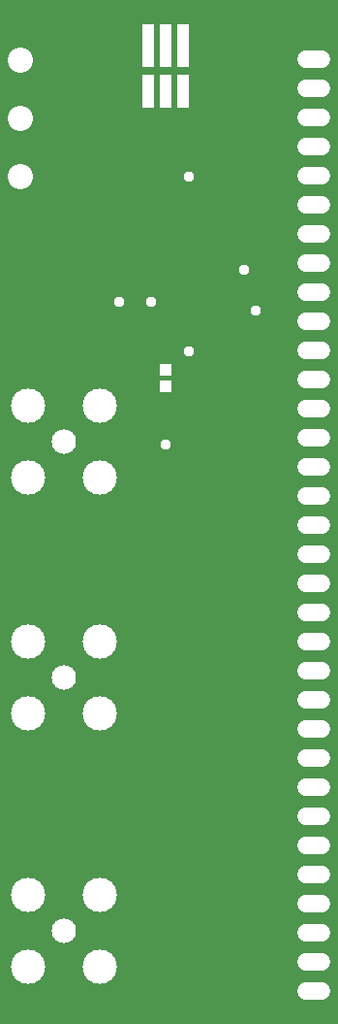
<source format=gbr>
G04 EAGLE Gerber RS-274X export*
G75*
%MOMM*%
%FSLAX34Y34*%
%LPD*%
%INSoldermask Top*%
%IPNEG*%
%AMOC8*
5,1,8,0,0,1.08239X$1,22.5*%
G01*
%ADD10R,1.003200X1.003200*%
%ADD11C,1.511200*%
%ADD12C,2.203200*%
%ADD13C,3.003200*%
%ADD14C,2.133600*%
%ADD15R,1.053200X3.753200*%
%ADD16R,1.053200X2.853200*%
%ADD17C,0.959600*%


D10*
X175260Y564000D03*
X175260Y579000D03*
D11*
X298260Y849630D02*
X311340Y849630D01*
X311340Y824230D02*
X298260Y824230D01*
X298260Y798830D02*
X311340Y798830D01*
X311340Y773430D02*
X298260Y773430D01*
X298260Y748030D02*
X311340Y748030D01*
X311340Y722630D02*
X298260Y722630D01*
X298260Y697230D02*
X311340Y697230D01*
X311340Y671830D02*
X298260Y671830D01*
X298260Y646430D02*
X311340Y646430D01*
X311340Y621030D02*
X298260Y621030D01*
X298260Y595630D02*
X311340Y595630D01*
X311340Y570230D02*
X298260Y570230D01*
X298260Y544830D02*
X311340Y544830D01*
X311340Y519430D02*
X298260Y519430D01*
X298260Y494030D02*
X311340Y494030D01*
X311340Y468630D02*
X298260Y468630D01*
X298260Y443230D02*
X311340Y443230D01*
X311340Y417830D02*
X298260Y417830D01*
X298260Y392430D02*
X311340Y392430D01*
X311340Y367030D02*
X298260Y367030D01*
X298260Y341630D02*
X311340Y341630D01*
X311340Y316230D02*
X298260Y316230D01*
X298260Y290830D02*
X311340Y290830D01*
X311340Y265430D02*
X298260Y265430D01*
X298260Y240030D02*
X311340Y240030D01*
X311340Y214630D02*
X298260Y214630D01*
X298260Y189230D02*
X311340Y189230D01*
X311340Y163830D02*
X298260Y163830D01*
X298260Y138430D02*
X311340Y138430D01*
X311340Y113030D02*
X298260Y113030D01*
X298260Y87630D02*
X311340Y87630D01*
X311340Y62230D02*
X298260Y62230D01*
X298260Y36830D02*
X311340Y36830D01*
D12*
X48510Y848571D03*
X48510Y797771D03*
X48510Y746971D03*
D13*
X55060Y120200D03*
X117660Y120200D03*
X55060Y57600D03*
X117660Y57600D03*
D14*
X86360Y88900D03*
D13*
X55060Y341180D03*
X117660Y341180D03*
X55060Y278580D03*
X117660Y278580D03*
D14*
X86360Y309880D03*
D13*
X55060Y546920D03*
X117660Y546920D03*
X55060Y484320D03*
X117660Y484320D03*
D14*
X86360Y515620D03*
D15*
X190260Y861030D03*
X175260Y861030D03*
X160260Y861030D03*
D16*
X190260Y822030D03*
X175260Y822030D03*
X160260Y822030D03*
D17*
X134412Y637740D03*
X162560Y637740D03*
X195580Y746760D03*
X254000Y629920D03*
X243840Y665480D03*
X175260Y513080D03*
X195580Y594360D03*
M02*

</source>
